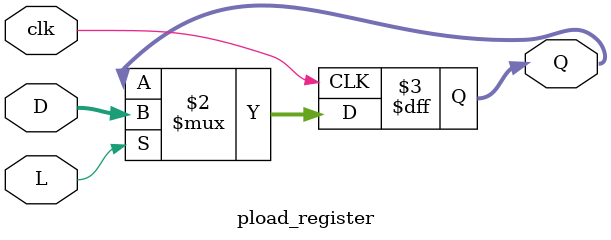
<source format=v>
module pload_register(D,L,clk,Q);
	input [7:0] D;
	input L,clk;
	output reg [7:0] Q;
	always@(posedge clk)begin
		Q<=L?D:Q;
	end
endmodule
</source>
